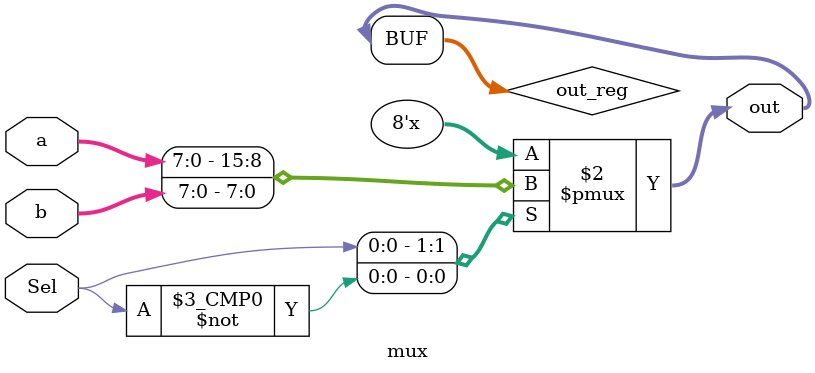
<source format=v>
module simple_calculator(
    Clk,
    WEN,
    RW,
    RX,
    RY,
    DataIn,
    Sel,
    Ctrl,
    busY,
    Carry
);

    input        Clk;
    input        WEN;
    input  [2:0] RW, RX, RY;
    input  [7:0] DataIn;
    input        Sel;
    input  [3:0] Ctrl;
    output [7:0] busY;
    output       Carry;

// declaration of wire/reg
// write your design here
 wire [7:0] mux_out,busX,Out;
// submodule instantiation
register_file rf( 
    Clk ,
    WEN ,
    RW  ,
    Out ,
    RX  ,
    RY  ,
    busX,
    busY
    );
mux m1(Sel,busX,DataIn,mux_out);
alu a1(
    Ctrl,
    mux_out,
    busY,
    Carry,
    Out 
);


endmodule

module mux(Sel,a,b,out);
    input [7:0] a,b;
    input Sel;
    output [7:0] out;
    reg [7:0] out_reg;
    assign out = out_reg;
    always@(a or b or Sel)begin
      case(Sel)
      1'b1:out=a;
      1'b0:out=b;
      endcase
    end
endmodule
</source>
